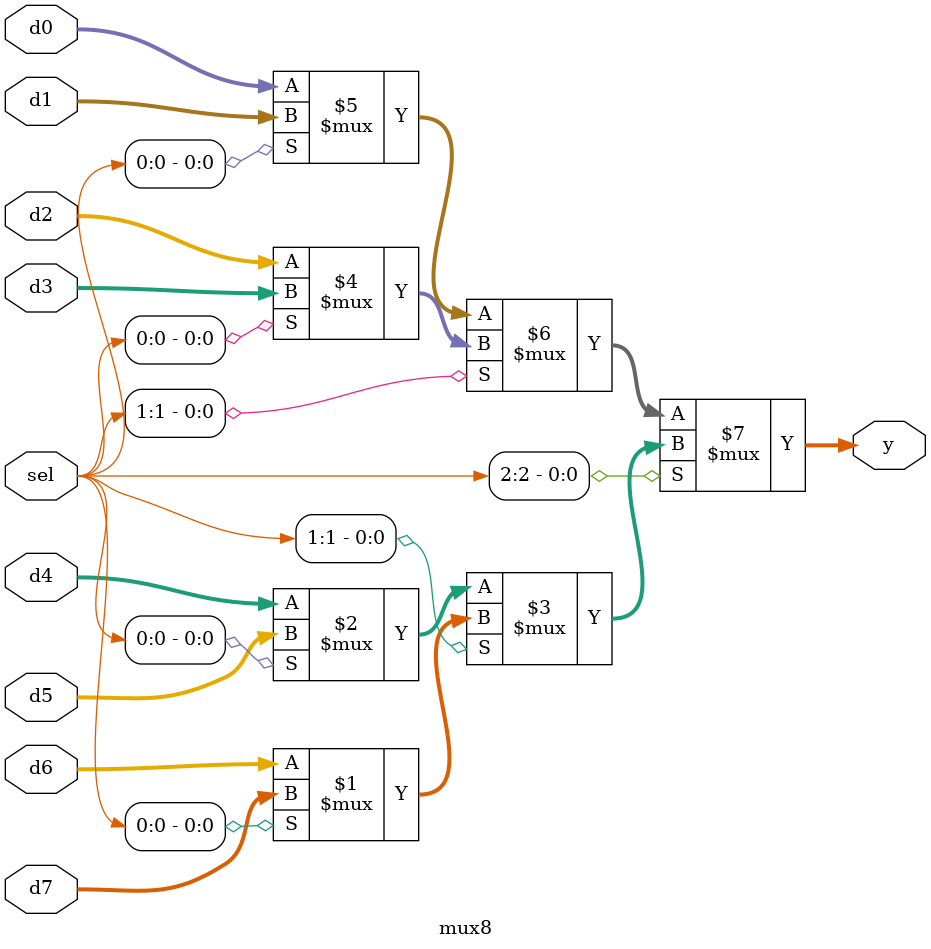
<source format=v>


module mux8 #(parameter WIDTH = 8) (
    input  [WIDTH-1:0] d0, d1, d2, d3, d4, d5, d6, d7,
    input  [2:0] sel,
    output [WIDTH-1:0] y
);

assign y = sel[2] ? 
              (sel[1] ? (sel[0] ? d7 : d6)
                      : (sel[0] ? d5 : d4))
          :
              (sel[1] ? (sel[0] ? d3 : d2)
                      : (sel[0] ? d1 : d0));

endmodule


</source>
